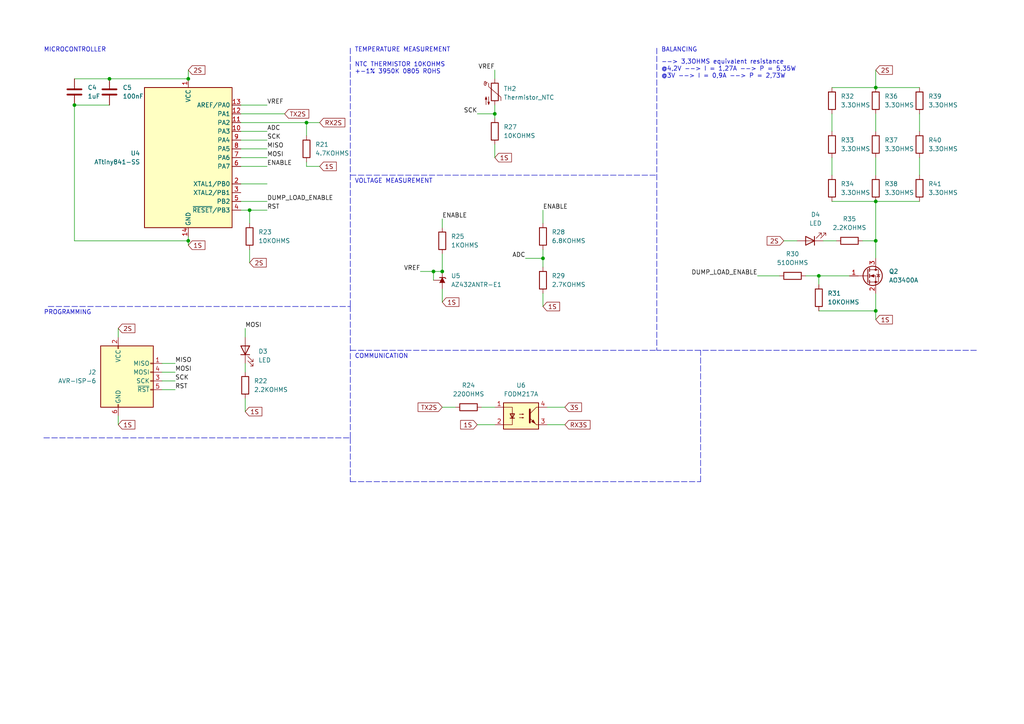
<source format=kicad_sch>
(kicad_sch (version 20211123) (generator eeschema)
  (paper "A4")
  (title_block (title "2S - OpenBatt") (date "2022-07-02") (rev "V1.0") (company "Andre Schrankel"))
  (lib_symbols
    (symbol "Connector:AVR-ISP-6" (pin_names (offset 1.016))
      (property "Reference" "J" (at -6.35 11.43 0))
      (property "Value" "AVR-ISP-6" (at 0 11.43 0))
      (symbol "AVR-ISP-6_0_1"
        (rectangle (start -2.667 -6.858) (end -2.413 -7.62))
        (rectangle (start -2.667 10.16) (end -2.413 9.398))
        (rectangle (start 7.62 -2.413) (end 6.858 -2.667))
        (rectangle (start 7.62 0.127) (end 6.858 -0.127))
        (rectangle (start 7.62 2.667) (end 6.858 2.413))
        (rectangle (start 7.62 5.207) (end 6.858 4.953))
        (rectangle (start 7.62 10.16) (end -7.62 -7.62) (stroke (width 0.254)) (fill (type background)))
      )
      (symbol "AVR-ISP-6_1_1"
        (pin passive line (at 10.16 5.08 180) (length 2.54) (name "MISO") (number "1"))
        (pin passive line (at -2.54 12.7 270) (length 2.54) (name "VCC") (number "2"))
        (pin passive line (at 10.16 0 180) (length 2.54) (name "SCK") (number "3"))
        (pin passive line (at 10.16 2.54 180) (length 2.54) (name "MOSI") (number "4"))
        (pin passive line (at 10.16 -2.54 180) (length 2.54) (name "~{RST}") (number "5"))
        (pin passive line (at -2.54 -10.16 90) (length 2.54) (name "GND") (number "6"))
      )
    )
    (symbol "Device:C" (pin_numbers hide) (pin_names (offset 0.254))
      (property "Reference" "C" (at 0.635 2.54 0))
      (property "Value" "C" (at 0.635 -2.54 0))
      (symbol "C_0_1"
        (polyline (pts (xy -2.032 -0.762) (xy 2.032 -0.762)) (stroke (width 0.508)))
        (polyline (pts (xy -2.032 0.762) (xy 2.032 0.762)) (stroke (width 0.508)))
      )
      (symbol "C_1_1"
        (pin passive line (at 0 3.81 270) (length 2.794) (name "~") (number "1"))
        (pin passive line (at 0 -3.81 90) (length 2.794) (name "~") (number "2"))
      )
    )
    (symbol "Device:LED" (pin_numbers hide) (pin_names (offset 1.016) hide)
      (property "Reference" "D" (at 0 2.54 0))
      (property "Value" "LED" (at 0 -2.54 0))
      (symbol "LED_0_1"
        (polyline (pts (xy -1.27 -1.27) (xy -1.27 1.27)) (stroke (width 0.254)))
        (polyline (pts (xy -1.27 0) (xy 1.27 0)))
        (polyline (pts (xy 1.27 -1.27) (xy 1.27 1.27) (xy -1.27 0) (xy 1.27 -1.27)) (stroke (width 0.254)))
        (polyline (pts (xy -3.048 -0.762) (xy -4.572 -2.286) (xy -3.81 -2.286) (xy -4.572 -2.286) (xy -4.572 -1.524)))
        (polyline (pts (xy -1.778 -0.762) (xy -3.302 -2.286) (xy -2.54 -2.286) (xy -3.302 -2.286) (xy -3.302 -1.524)))
      )
      (symbol "LED_1_1"
        (pin passive line (at -3.81 0 0) (length 2.54) (name "K") (number "1"))
        (pin passive line (at 3.81 0 180) (length 2.54) (name "A") (number "2"))
      )
    )
    (symbol "Device:R" (pin_numbers hide) (pin_names (offset 0))
      (property "Reference" "R" (at 2.032 0 90))
      (property "Value" "R" (at 0 0 90))
      (symbol "R_0_1"
        (rectangle (start -1.016 -2.54) (end 1.016 2.54) (stroke (width 0.254)))
      )
      (symbol "R_1_1"
        (pin passive line (at 0 3.81 270) (length 1.27) (name "~") (number "1"))
        (pin passive line (at 0 -3.81 90) (length 1.27) (name "~") (number "2"))
      )
    )
    (symbol "Device:Thermistor_NTC" (pin_numbers hide) (pin_names (offset 0))
      (property "Reference" "TH" (at -4.445 0 90))
      (property "Value" "Thermistor_NTC" (at 3.175 0 90))
      (symbol "Thermistor_NTC_0_1"
        (arc (start -3.048 2.159) (mid -3.0505 2.3165) (end -3.175 2.413))
        (arc (start -3.048 2.159) (mid -2.9736 1.9794) (end -2.794 1.905))
        (arc (start -3.048 2.794) (mid -2.9736 2.6144) (end -2.794 2.54))
        (arc (start -2.794 1.905) (mid -2.6144 1.9794) (end -2.54 2.159))
        (arc (start -2.794 2.54) (mid -2.434 2.5608) (end -2.159 2.794))
        (arc (start -2.794 3.048) (mid -2.9736 2.9736) (end -3.048 2.794))
        (arc (start -2.54 2.794) (mid -2.6144 2.9736) (end -2.794 3.048))
        (rectangle (start -1.016 2.54) (end 1.016 -2.54) (stroke (width 0.254)))
        (polyline (pts (xy -2.54 2.159) (xy -2.54 2.794)))
        (polyline (pts (xy -1.778 2.54) (xy -1.778 1.524) (xy 1.778 -1.524) (xy 1.778 -2.54)))
        (polyline (pts (xy -2.54 -3.683) (xy -2.54 -1.397) (xy -2.794 -2.159) (xy -2.286 -2.159) (xy -2.54 -1.397) (xy -2.54 -1.651)) (fill (type outline)))
        (polyline (pts (xy -1.778 -1.397) (xy -1.778 -3.683) (xy -2.032 -2.921) (xy -1.524 -2.921) (xy -1.778 -3.683) (xy -1.778 -3.429)) (fill (type outline)))
      )
      (symbol "Thermistor_NTC_1_1"
        (pin passive line (at 0 3.81 270) (length 1.27) (name "~") (number "1"))
        (pin passive line (at 0 -3.81 90) (length 1.27) (name "~") (number "2"))
      )
    )
    (symbol "Isolator:FODM217A"
      (property "Reference" "U" (at -5.08 5.08 0))
      (property "Value" "FODM217A" (at 0 5.08 0))
      (symbol "FODM217A_0_1"
        (rectangle (start -5.08 3.81) (end 5.08 -3.81) (stroke (width 0.254)) (fill (type background)))
        (polyline (pts (xy -3.175 -0.635) (xy -1.905 -0.635)) (stroke (width 0.254)))
        (polyline (pts (xy 2.54 0.635) (xy 4.445 2.54)))
        (polyline (pts (xy 4.445 -2.54) (xy 2.54 -0.635)) (fill (type outline)))
        (polyline (pts (xy 4.445 -2.54) (xy 5.08 -2.54)))
        (polyline (pts (xy 4.445 2.54) (xy 5.08 2.54)))
        (polyline (pts (xy -5.08 2.54) (xy -2.54 2.54) (xy -2.54 -0.635)))
        (polyline (pts (xy -2.54 -0.635) (xy -2.54 -2.54) (xy -5.08 -2.54)))
        (polyline (pts (xy 2.54 1.905) (xy 2.54 -1.905) (xy 2.54 -1.905)) (stroke (width 0.508)))
        (polyline (pts (xy -2.54 -0.635) (xy -3.175 0.635) (xy -1.905 0.635) (xy -2.54 -0.635)) (stroke (width 0.254)))
        (polyline (pts (xy -0.508 -0.508) (xy 0.762 -0.508) (xy 0.381 -0.635) (xy 0.381 -0.381) (xy 0.762 -0.508)))
        (polyline (pts (xy -0.508 0.508) (xy 0.762 0.508) (xy 0.381 0.381) (xy 0.381 0.635) (xy 0.762 0.508)))
        (polyline (pts (xy 3.048 -1.651) (xy 3.556 -1.143) (xy 4.064 -2.159) (xy 3.048 -1.651) (xy 3.048 -1.651)) (fill (type outline)))
      )
      (symbol "FODM217A_1_1"
        (pin passive line (at -7.62 2.54 0) (length 2.54) (name "~") (number "1"))
        (pin passive line (at -7.62 -2.54 0) (length 2.54) (name "~") (number "2"))
        (pin passive line (at 7.62 -2.54 180) (length 2.54) (name "~") (number "3"))
        (pin passive line (at 7.62 2.54 180) (length 2.54) (name "~") (number "4"))
      )
    )
    (symbol "MCU_Microchip_ATtiny:ATtiny841-SS"
      (property "Reference" "U" (at -12.7 21.59 0))
      (property "Value" "ATtiny841-SS" (at 2.54 -21.59 0))
      (symbol "ATtiny841-SS_0_1"
        (rectangle (start -12.7 -20.32) (end 12.7 20.32) (stroke (width 0.254)) (fill (type background)))
      )
      (symbol "ATtiny841-SS_1_1"
        (pin power_in line (at 0 22.86 270) (length 2.54) (name "VCC") (number "1"))
        (pin bidirectional line (at 15.24 7.62 180) (length 2.54) (name "PA3") (number "10"))
        (pin bidirectional line (at 15.24 10.16 180) (length 2.54) (name "PA2") (number "11"))
        (pin bidirectional line (at 15.24 12.7 180) (length 2.54) (name "PA1") (number "12"))
        (pin bidirectional line (at 15.24 15.24 180) (length 2.54) (name "AREF/PA0") (number "13"))
        (pin power_in line (at 0 -22.86 90) (length 2.54) (name "GND") (number "14"))
        (pin bidirectional line (at 15.24 -7.62 180) (length 2.54) (name "XTAL1/PB0") (number "2"))
        (pin bidirectional line (at 15.24 -10.16 180) (length 2.54) (name "XTAL2/PB1") (number "3"))
        (pin bidirectional line (at 15.24 -15.24 180) (length 2.54) (name "~{RESET}/PB3") (number "4"))
        (pin bidirectional line (at 15.24 -12.7 180) (length 2.54) (name "PB2") (number "5"))
        (pin bidirectional line (at 15.24 -2.54 180) (length 2.54) (name "PA7") (number "6"))
        (pin bidirectional line (at 15.24 0 180) (length 2.54) (name "PA6") (number "7"))
        (pin bidirectional line (at 15.24 2.54 180) (length 2.54) (name "PA5") (number "8"))
        (pin bidirectional line (at 15.24 5.08 180) (length 2.54) (name "PA4") (number "9"))
      )
    )
    (symbol "Reference_Voltage:TL431DBZ" (pin_numbers hide) (pin_names hide)
      (property "Reference" "U" (at -2.54 2.54 0))
      (property "Value" "TL431DBZ" (at 0 -2.54 0))
      (symbol "TL431DBZ_0_1"
        (polyline (pts (xy -1.27 0) (xy 0 0) (xy 1.27 0)))
        (polyline (pts (xy -0.762 0.762) (xy 0.762 0) (xy -0.762 -0.762)) (fill (type outline)))
        (polyline (pts (xy 0.508 -1.016) (xy 0.762 -0.762) (xy 0.762 0.762) (xy 0.762 0.762)) (stroke (width 0.254)))
      )
      (symbol "TL431DBZ_1_1"
        (pin passive line (at 2.54 0 180) (length 2.54) (name "K") (number "1"))
        (pin passive line (at 0 2.54 270) (length 2.54) (name "REF") (number "2"))
        (pin passive line (at -2.54 0 0) (length 2.54) (name "A") (number "3"))
      )
    )
    (symbol "Transistor_FET:AO3400A" (pin_names hide)
      (property "Reference" "Q" (at 5.08 1.905 0))
      (property "Value" "AO3400A" (at 5.08 0 0))
      (symbol "AO3400A_0_1"
        (polyline (pts (xy 0.254 0) (xy -2.54 0)))
        (polyline (pts (xy 0.254 1.905) (xy 0.254 -1.905)) (stroke (width 0.254)))
        (polyline (pts (xy 0.762 -1.27) (xy 0.762 -2.286)) (stroke (width 0.254)))
        (polyline (pts (xy 0.762 0.508) (xy 0.762 -0.508)) (stroke (width 0.254)))
        (polyline (pts (xy 0.762 2.286) (xy 0.762 1.27)) (stroke (width 0.254)))
        (polyline (pts (xy 2.54 2.54) (xy 2.54 1.778)))
        (polyline (pts (xy 2.54 -2.54) (xy 2.54 0) (xy 0.762 0)))
        (polyline (pts (xy 0.762 -1.778) (xy 3.302 -1.778) (xy 3.302 1.778) (xy 0.762 1.778)))
        (polyline (pts (xy 1.016 0) (xy 2.032 0.381) (xy 2.032 -0.381) (xy 1.016 0)) (fill (type outline)))
        (polyline (pts (xy 2.794 0.508) (xy 2.921 0.381) (xy 3.683 0.381) (xy 3.81 0.254)))
        (polyline (pts (xy 3.302 0.381) (xy 2.921 -0.254) (xy 3.683 -0.254) (xy 3.302 0.381)))
        (circle (center 1.651 0) (radius 2.794) (stroke (width 0.254)))
        (circle (center 2.54 -1.778) (radius 0.254) (fill (type outline)))
        (circle (center 2.54 1.778) (radius 0.254) (fill (type outline)))
      )
      (symbol "AO3400A_1_1"
        (pin input line (at -5.08 0 0) (length 2.54) (name "G") (number "1"))
        (pin passive line (at 2.54 -5.08 90) (length 2.54) (name "S") (number "2"))
        (pin passive line (at 2.54 5.08 270) (length 2.54) (name "D") (number "3"))
      )
    )
  )
  (junction (at 128.27 78.74))
  (junction (at 72.39 60.96))
  (junction (at 254 25.4))
  (junction (at 254 90.17))
  (junction (at 157.48 74.93))
  (junction (at 143.51 33.02))
  (junction (at 254 69.85))
  (junction (at 54.61 22.86))
  (junction (at 125.73 78.74))
  (junction (at 21.59 30.48))
  (junction (at 237.49 80.01))
  (junction (at 254 58.42))
  (junction (at 54.61 69.85))
  (junction (at 31.75 22.86))
  (junction (at 88.9 35.56))
  (wire (pts (xy 69.85 53.34) (xy 77.47 53.34)))
  (wire (pts (xy 266.7 45.72) (xy 266.7 50.8)))
  (wire (pts (xy 254 45.72) (xy 254 50.8)))
  (wire (pts (xy 143.51 20.32) (xy 143.51 22.86)))
  (wire (pts (xy 241.3 33.02) (xy 241.3 38.1)))
  (wire (pts (xy 143.51 30.48) (xy 143.51 33.02)))
  (wire (pts (xy 254 25.4) (xy 266.7 25.4)))
  (wire (pts (xy 54.61 68.58) (xy 54.61 69.85)))
  (wire (pts (xy 88.9 39.37) (xy 88.9 35.56)))
  (polyline (pts (xy 101.6 50.8) (xy 190.5 50.8)))
  (wire (pts (xy 69.85 45.72) (xy 77.47 45.72)))
  (wire (pts (xy 158.75 118.11) (xy 163.83 118.11)))
  (wire (pts (xy 125.73 81.28) (xy 125.73 78.74)))
  (wire (pts (xy 266.7 33.02) (xy 266.7 38.1)))
  (polyline (pts (xy 203.2 139.7) (xy 203.2 101.6)))
  (wire (pts (xy 139.7 118.11) (xy 143.51 118.11)))
  (wire (pts (xy 88.9 46.99) (xy 88.9 48.26)))
  (wire (pts (xy 21.59 30.48) (xy 31.75 30.48)))
  (wire (pts (xy 241.3 25.4) (xy 254 25.4)))
  (wire (pts (xy 158.75 123.19) (xy 163.83 123.19)))
  (wire (pts (xy 128.27 73.66) (xy 128.27 78.74)))
  (wire (pts (xy 254 69.85) (xy 254 74.93)))
  (wire (pts (xy 54.61 69.85) (xy 54.61 71.12)))
  (wire (pts (xy 69.85 40.64) (xy 77.47 40.64)))
  (polyline (pts (xy 101.6 13.97) (xy 101.6 88.9)))
  (wire (pts (xy 152.4 74.93) (xy 157.48 74.93)))
  (wire (pts (xy 69.85 58.42) (xy 77.47 58.42)))
  (wire (pts (xy 157.48 60.96) (xy 157.48 64.77)))
  (wire (pts (xy 241.3 58.42) (xy 254 58.42)))
  (wire (pts (xy 254 33.02) (xy 254 38.1)))
  (wire (pts (xy 69.85 33.02) (xy 82.55 33.02)))
  (polyline (pts (xy 190.5 13.97) (xy 190.5 101.6)))
  (wire (pts (xy 254 90.17) (xy 254 92.71)))
  (wire (pts (xy 237.49 80.01) (xy 246.38 80.01)))
  (wire (pts (xy 72.39 72.39) (xy 72.39 76.2)))
  (polyline (pts (xy 101.6 127) (xy 101.6 88.9)))
  (polyline (pts (xy 101.6 127) (xy 101.6 139.7)))
  (wire (pts (xy 46.99 107.95) (xy 50.8 107.95)))
  (wire (pts (xy 138.43 33.02) (xy 143.51 33.02)))
  (polyline (pts (xy 283.21 101.6) (xy 190.5 101.6)))
  (wire (pts (xy 88.9 35.56) (xy 92.71 35.56)))
  (wire (pts (xy 69.85 35.56) (xy 88.9 35.56)))
  (wire (pts (xy 69.85 60.96) (xy 72.39 60.96)))
  (wire (pts (xy 157.48 85.09) (xy 157.48 88.9)))
  (wire (pts (xy 143.51 33.02) (xy 143.51 34.29)))
  (wire (pts (xy 21.59 30.48) (xy 21.59 69.85)))
  (wire (pts (xy 237.49 90.17) (xy 254 90.17)))
  (polyline (pts (xy 101.6 139.7) (xy 203.2 139.7)))
  (wire (pts (xy 71.12 105.41) (xy 71.12 107.95)))
  (wire (pts (xy 238.76 69.85) (xy 242.57 69.85)))
  (wire (pts (xy 69.85 43.18) (xy 77.47 43.18)))
  (wire (pts (xy 138.43 123.19) (xy 143.51 123.19)))
  (polyline (pts (xy 12.7 127) (xy 101.6 127)))
  (wire (pts (xy 69.85 38.1) (xy 77.47 38.1)))
  (wire (pts (xy 128.27 63.5) (xy 128.27 66.04)))
  (wire (pts (xy 125.73 78.74) (xy 128.27 78.74)))
  (wire (pts (xy 21.59 69.85) (xy 54.61 69.85)))
  (wire (pts (xy 69.85 48.26) (xy 77.47 48.26)))
  (wire (pts (xy 88.9 48.26) (xy 92.71 48.26)))
  (wire (pts (xy 128.27 118.11) (xy 132.08 118.11)))
  (wire (pts (xy 34.29 120.65) (xy 34.29 123.19)))
  (wire (pts (xy 46.99 110.49) (xy 50.8 110.49)))
  (wire (pts (xy 254 58.42) (xy 254 69.85)))
  (wire (pts (xy 121.92 78.74) (xy 125.73 78.74)))
  (wire (pts (xy 71.12 115.57) (xy 71.12 119.38)))
  (wire (pts (xy 72.39 60.96) (xy 72.39 64.77)))
  (wire (pts (xy 54.61 20.32) (xy 54.61 22.86)))
  (wire (pts (xy 250.19 69.85) (xy 254 69.85)))
  (polyline (pts (xy 101.6 101.6) (xy 190.5 101.6)))
  (wire (pts (xy 219.71 80.01) (xy 226.06 80.01)))
  (wire (pts (xy 254 85.09) (xy 254 90.17)))
  (wire (pts (xy 237.49 80.01) (xy 237.49 82.55)))
  (wire (pts (xy 233.68 80.01) (xy 237.49 80.01)))
  (wire (pts (xy 254 20.32) (xy 254 25.4)))
  (wire (pts (xy 157.48 72.39) (xy 157.48 74.93)))
  (wire (pts (xy 157.48 74.93) (xy 157.48 77.47)))
  (wire (pts (xy 143.51 41.91) (xy 143.51 45.72)))
  (wire (pts (xy 128.27 83.82) (xy 128.27 87.63)))
  (wire (pts (xy 72.39 60.96) (xy 77.47 60.96)))
  (wire (pts (xy 254 58.42) (xy 266.7 58.42)))
  (wire (pts (xy 46.99 105.41) (xy 50.8 105.41)))
  (wire (pts (xy 34.29 95.25) (xy 34.29 97.79)))
  (wire (pts (xy 241.3 45.72) (xy 241.3 50.8)))
  (wire (pts (xy 227.33 69.85) (xy 231.14 69.85)))
  (wire (pts (xy 46.99 113.03) (xy 50.8 113.03)))
  (wire (pts (xy 69.85 30.48) (xy 77.47 30.48)))
  (wire (pts (xy 21.59 22.86) (xy 31.75 22.86)))
  (wire (pts (xy 71.12 95.25) (xy 71.12 97.79)))
  (polyline (pts (xy 13.97 88.9) (xy 101.6 88.9)))
  (wire (pts (xy 31.75 22.86) (xy 54.61 22.86)))
  (text "VOLTAGE MEASUREMENT\n" (at 102.87 53.34 0) (effects (font (size 1.27 1.27)) (justify left bottom)))
  (text "TEMPERATURE MEASUREMENT\n" (at 102.87 15.24 0) (effects (font (size 1.27 1.27)) (justify left bottom)))
  (text "NTC THERMISTOR 10KOHMS\n+-1% 3950K 0805 ROHS" (at 102.87 21.59 0) (effects (font (size 1.27 1.27)) (justify left bottom)))
  (text "COMMUNICATION" (at 102.87 104.14 0) (effects (font (size 1.27 1.27)) (justify left bottom)))
  (text "--> 3,3OHMS equivalent resistance\n@4,2V --> I = 1,27A --> P = 5,35W\n@3V --> I = 0,9A --> P = 2,73W" (at 191.77 22.86 0) (effects (font (size 1.27 1.27)) (justify left bottom)))
  (text "PROGRAMMING" (at 12.7 91.44 0) (effects (font (size 1.27 1.27)) (justify left bottom)))
  (text "MICROCONTROLLER\n" (at 12.7 15.24 0) (effects (font (size 1.27 1.27)) (justify left bottom)))
  (text "BALANCING" (at 191.77 15.24 0) (effects (font (size 1.27 1.27)) (justify left bottom)))
  (label "SCK" (at 50.8 110.49 0))
  (label "ENABLE" (at 77.47 48.26 0))
  (label "ADC" (at 152.4 74.93 180))
  (label "VREF" (at 143.51 20.32 180))
  (label "ENABLE" (at 128.27 63.5 0))
  (label "SCK" (at 138.43 33.02 180))
  (label "MOSI" (at 71.12 95.25 0))
  (label "MOSI" (at 77.47 45.72 0))
  (label "VREF" (at 77.47 30.48 0))
  (label "DUMP_LOAD_ENABLE" (at 77.47 58.42 0))
  (label "RST" (at 77.47 60.96 0))
  (label "VREF" (at 121.92 78.74 180))
  (label "ADC" (at 77.47 38.1 0))
  (label "DUMP_LOAD_ENABLE" (at 219.71 80.01 180))
  (label "MISO" (at 50.8 105.41 0))
  (label "ENABLE" (at 157.48 60.96 0))
  (label "MISO" (at 77.47 43.18 0))
  (label "SCK" (at 77.47 40.64 0))
  (label "RST" (at 50.8 113.03 0))
  (label "MOSI" (at 50.8 107.95 0))
  (global_label "2S" (shape input) (at 227.33 69.85 180) (property "Intersheet References" "${INTERSHEET_REFS}" (effects hide)))
  (global_label "RX2S" (shape input) (at 92.71 35.56 0) (property "Intersheet References" "${INTERSHEET_REFS}" (effects hide)))
  (global_label "1S" (shape input) (at 54.61 71.12 0) (property "Intersheet References" "${INTERSHEET_REFS}" (effects hide)))
  (global_label "2S" (shape input) (at 54.61 20.32 0) (property "Intersheet References" "${INTERSHEET_REFS}" (effects hide)))
  (global_label "1S" (shape input) (at 138.43 123.19 180) (property "Intersheet References" "${INTERSHEET_REFS}" (effects hide)))
  (global_label "1S" (shape input) (at 71.12 119.38 0) (property "Intersheet References" "${INTERSHEET_REFS}" (effects hide)))
  (global_label "2S" (shape input) (at 254 20.32 0) (property "Intersheet References" "${INTERSHEET_REFS}" (effects hide)))
  (global_label "2S" (shape input) (at 72.39 76.2 0) (property "Intersheet References" "${INTERSHEET_REFS}" (effects hide)))
  (global_label "1S" (shape input) (at 92.71 48.26 0) (property "Intersheet References" "${INTERSHEET_REFS}" (effects hide)))
  (global_label "2S" (shape input) (at 34.29 95.25 0) (property "Intersheet References" "${INTERSHEET_REFS}" (effects hide)))
  (global_label "TX2S" (shape input) (at 82.55 33.02 0) (property "Intersheet References" "${INTERSHEET_REFS}" (effects hide)))
  (global_label "1S" (shape input) (at 254 92.71 0) (property "Intersheet References" "${INTERSHEET_REFS}" (effects hide)))
  (global_label "TX2S" (shape input) (at 128.27 118.11 180) (property "Intersheet References" "${INTERSHEET_REFS}" (effects hide)))
  (global_label "3S" (shape input) (at 163.83 118.11 0) (property "Intersheet References" "${INTERSHEET_REFS}" (effects hide)))
  (global_label "1S" (shape input) (at 34.29 123.19 0) (property "Intersheet References" "${INTERSHEET_REFS}" (effects hide)))
  (global_label "1S" (shape input) (at 143.51 45.72 0) (property "Intersheet References" "${INTERSHEET_REFS}" (effects hide)))
  (global_label "1S" (shape input) (at 128.27 87.63 0) (property "Intersheet References" "${INTERSHEET_REFS}" (effects hide)))
  (global_label "RX3S" (shape input) (at 163.83 123.19 0) (property "Intersheet References" "${INTERSHEET_REFS}" (effects hide)))
  (global_label "1S" (shape input) (at 157.48 88.9 0) (property "Intersheet References" "${INTERSHEET_REFS}" (effects hide)))
  (symbol (lib_id "Device:R") (at 266.7 54.61 0) (unit 1)
    (property "Reference" "R41" (at 269.24 53.3399 0) (effects (justify left)))
    (property "Value" "3.3OHMS" (at 269.24 55.8799 0) (effects (justify left)))
    (property "Footprint" "Resistor_SMD:R_2010_5025Metric_Pad1.40x2.65mm_HandSolder" (effects hide))
  )
  (symbol (lib_id "Device:Thermistor_NTC") (at 143.51 26.67 0) (unit 1)
    (property "Reference" "TH2" (at 146.05 25.7174 0) (effects (justify left)))
    (property "Value" "Thermistor_NTC" (at 146.05 28.2574 0) (effects (justify left)))
    (property "Footprint" "Resistor_SMD:R_0805_2012Metric_Pad1.20x1.40mm_HandSolder" (effects hide))
    (property "Datasheet" "https://www.mouser.de/datasheet/2/3/ABNTC-0805-253593.pdf" (effects hide))
  )
  (symbol (lib_id "Transistor_FET:AO3400A") (at 251.46 80.01 0) (unit 1)
    (property "Reference" "Q2" (at 257.81 78.7399 0) (effects (justify left)))
    (property "Value" "AO3400A" (at 257.81 81.2799 0) (effects (justify left)))
    (property "Footprint" "Package_TO_SOT_SMD:SOT-23" (effects hide))
    (property "Datasheet" "https://media.digikey.com/pdf/Data%20Sheets/Alpha%20&%20Omega/AO3400A_ds.pdf" (effects hide))
  )
  (symbol (lib_id "MCU_Microchip_ATtiny:ATtiny841-SS") (at 54.61 45.72 0) (unit 1)
    (property "Reference" "U4" (at 40.64 44.4499 0) (effects (justify right)))
    (property "Value" "ATtiny841-SS" (at 40.64 46.9899 0) (effects (justify right)))
    (property "Footprint" "Package_SO:SOIC-14_3.9x8.7mm_P1.27mm" (effects hide))
    (property "Datasheet" "http://ww1.microchip.com/downloads/en/DeviceDoc/Atmel-8495-8-bit-AVR-Microcontrollers-ATtiny441-ATtiny841_Datasheet.pdf" (effects hide))
  )
  (symbol (lib_id "Device:R") (at 143.51 38.1 180) (unit 1)
    (property "Reference" "R27" (at 146.05 36.8299 0) (effects (justify right)))
    (property "Value" "10KOHMS" (at 146.05 39.3699 0) (effects (justify right)))
    (property "Footprint" "Resistor_SMD:R_0805_2012Metric_Pad1.20x1.40mm_HandSolder" (effects hide))
  )
  (symbol (lib_id "Device:R") (at 72.39 68.58 0) (unit 1)
    (property "Reference" "R23" (at 74.93 67.3099 0) (effects (justify left)))
    (property "Value" "10KOHMS" (at 74.93 69.8499 0) (effects (justify left)))
    (property "Footprint" "Resistor_SMD:R_0805_2012Metric_Pad1.20x1.40mm_HandSolder" (effects hide))
  )
  (symbol (lib_id "Device:R") (at 254 29.21 0) (unit 1)
    (property "Reference" "R36" (at 256.54 27.9399 0) (effects (justify left)))
    (property "Value" "3.3OHMS" (at 256.54 30.4799 0) (effects (justify left)))
    (property "Footprint" "Resistor_SMD:R_2010_5025Metric_Pad1.40x2.65mm_HandSolder" (effects hide))
  )
  (symbol (lib_id "Device:LED") (at 71.12 101.6 90) (unit 1)
    (property "Reference" "D3" (at 74.93 101.9174 90) (effects (justify right)))
    (property "Value" "LED" (at 74.93 104.4574 90) (effects (justify right)))
    (property "Footprint" "LED_SMD:LED_0805_2012Metric_Pad1.15x1.40mm_HandSolder" (effects hide))
  )
  (symbol (lib_id "Device:R") (at 241.3 29.21 0) (unit 1)
    (property "Reference" "R32" (at 243.84 27.9399 0) (effects (justify left)))
    (property "Value" "3.3OHMS" (at 243.84 30.4799 0) (effects (justify left)))
    (property "Footprint" "Resistor_SMD:R_2010_5025Metric_Pad1.40x2.65mm_HandSolder" (effects hide))
  )
  (symbol (lib_id "Device:R") (at 88.9 43.18 0) (unit 1)
    (property "Reference" "R21" (at 91.44 41.9099 0) (effects (justify left)))
    (property "Value" "4.7KOHMS" (at 91.44 44.4499 0) (effects (justify left)))
    (property "Footprint" "Resistor_SMD:R_0805_2012Metric_Pad1.20x1.40mm_HandSolder" (effects hide))
  )
  (symbol (lib_id "Device:R") (at 71.12 111.76 0) (unit 1)
    (property "Reference" "R22" (at 73.66 110.4899 0) (effects (justify left)))
    (property "Value" "2.2KOHMS" (at 73.66 113.0299 0) (effects (justify left)))
    (property "Footprint" "Resistor_SMD:R_0805_2012Metric_Pad1.20x1.40mm_HandSolder" (effects hide))
  )
  (symbol (lib_id "Device:R") (at 229.87 80.01 90) (unit 1)
    (property "Reference" "R30" (at 229.87 73.66 90))
    (property "Value" "510OHMS" (at 229.87 76.2 90))
    (property "Footprint" "Resistor_SMD:R_0805_2012Metric_Pad1.20x1.40mm_HandSolder" (effects hide))
  )
  (symbol (lib_id "Device:R") (at 254 54.61 0) (unit 1)
    (property "Reference" "R38" (at 256.54 53.3399 0) (effects (justify left)))
    (property "Value" "3.3OHMS" (at 256.54 55.8799 0) (effects (justify left)))
    (property "Footprint" "Resistor_SMD:R_2010_5025Metric_Pad1.40x2.65mm_HandSolder" (effects hide))
  )
  (symbol (lib_id "Device:R") (at 237.49 86.36 180) (unit 1)
    (property "Reference" "R31" (at 240.03 85.0899 0) (effects (justify right)))
    (property "Value" "10KOHMS" (at 240.03 87.6299 0) (effects (justify right)))
    (property "Footprint" "Resistor_SMD:R_0805_2012Metric_Pad1.20x1.40mm_HandSolder" (effects hide))
  )
  (symbol (lib_id "Device:C") (at 21.59 26.67 0) (unit 1)
    (property "Reference" "C4" (at 25.4 25.3999 0) (effects (justify left)))
    (property "Value" "1uF" (at 25.4 27.9399 0) (effects (justify left)))
    (property "Footprint" "Capacitor_SMD:C_0805_2012Metric_Pad1.18x1.45mm_HandSolder" (effects hide))
  )
  (symbol (lib_id "Connector:AVR-ISP-6") (at 36.83 110.49 0) (unit 1)
    (property "Reference" "J2" (at 27.94 107.9499 0) (effects (justify right)))
    (property "Value" "AVR-ISP-6" (at 27.94 110.4899 0) (effects (justify right)))
    (property "Footprint" "Connector_PinHeader_2.54mm:PinHeader_2x03_P2.54mm_Vertical_SMD" (effects hide))
    (property "Datasheet" " ~" (effects hide))
  )
  (symbol (lib_id "Device:LED") (at 234.95 69.85 180) (unit 1)
    (property "Reference" "D4" (at 236.5375 62.23 0))
    (property "Value" "LED" (at 236.5375 64.77 0))
    (property "Footprint" "LED_SMD:LED_0805_2012Metric_Pad1.15x1.40mm_HandSolder" (effects hide))
  )
  (symbol (lib_id "Device:C") (at 31.75 26.67 0) (unit 1)
    (property "Reference" "C5" (at 35.56 25.3999 0) (effects (justify left)))
    (property "Value" "100nF" (at 35.56 27.9399 0) (effects (justify left)))
    (property "Footprint" "Capacitor_SMD:C_0805_2012Metric_Pad1.18x1.45mm_HandSolder" (effects hide))
  )
  (symbol (lib_id "Device:R") (at 241.3 41.91 0) (unit 1)
    (property "Reference" "R33" (at 243.84 40.6399 0) (effects (justify left)))
    (property "Value" "3.3OHMS" (at 243.84 43.1799 0) (effects (justify left)))
    (property "Footprint" "Resistor_SMD:R_2010_5025Metric_Pad1.40x2.65mm_HandSolder" (effects hide))
  )
  (symbol (lib_id "Device:R") (at 241.3 54.61 0) (unit 1)
    (property "Reference" "R34" (at 243.84 53.3399 0) (effects (justify left)))
    (property "Value" "3.3OHMS" (at 243.84 55.8799 0) (effects (justify left)))
    (property "Footprint" "Resistor_SMD:R_2010_5025Metric_Pad1.40x2.65mm_HandSolder" (effects hide))
  )
  (symbol (lib_id "Device:R") (at 266.7 41.91 0) (unit 1)
    (property "Reference" "R40" (at 269.24 40.6399 0) (effects (justify left)))
    (property "Value" "3.3OHMS" (at 269.24 43.1799 0) (effects (justify left)))
    (property "Footprint" "Resistor_SMD:R_2010_5025Metric_Pad1.40x2.65mm_HandSolder" (effects hide))
  )
  (symbol (lib_id "Device:R") (at 157.48 68.58 0) (unit 1)
    (property "Reference" "R28" (at 160.02 67.3099 0) (effects (justify left)))
    (property "Value" "6.8KOHMS" (at 160.02 69.8499 0) (effects (justify left)))
    (property "Footprint" "Resistor_SMD:R_0805_2012Metric_Pad1.20x1.40mm_HandSolder" (effects hide))
  )
  (symbol (lib_id "Device:R") (at 246.38 69.85 90) (unit 1)
    (property "Reference" "R35" (at 246.38 63.5 90))
    (property "Value" "2.2KOHMS" (at 246.38 66.04 90))
    (property "Footprint" "Resistor_SMD:R_0805_2012Metric_Pad1.20x1.40mm_HandSolder" (effects hide))
  )
  (symbol (lib_id "Device:R") (at 157.48 81.28 0) (unit 1)
    (property "Reference" "R29" (at 160.02 80.0099 0) (effects (justify left)))
    (property "Value" "2.7KOHMS" (at 160.02 82.5499 0) (effects (justify left)))
    (property "Footprint" "Resistor_SMD:R_0805_2012Metric_Pad1.20x1.40mm_HandSolder" (effects hide))
  )
  (symbol (lib_id "Device:R") (at 254 41.91 0) (unit 1)
    (property "Reference" "R37" (at 256.54 40.6399 0) (effects (justify left)))
    (property "Value" "3.3OHMS" (at 256.54 43.1799 0) (effects (justify left)))
    (property "Footprint" "Resistor_SMD:R_2010_5025Metric_Pad1.40x2.65mm_HandSolder" (effects hide))
  )
  (symbol (lib_id "Device:R") (at 135.89 118.11 90) (unit 1)
    (property "Reference" "R24" (at 135.89 111.76 90))
    (property "Value" "220OHMS" (at 135.89 114.3 90))
    (property "Footprint" "Resistor_SMD:R_0805_2012Metric_Pad1.20x1.40mm_HandSolder" (effects hide))
  )
  (symbol (lib_id "Device:R") (at 128.27 69.85 180) (unit 1)
    (property "Reference" "R25" (at 130.81 68.5799 0) (effects (justify right)))
    (property "Value" "1KOHMS" (at 130.81 71.1199 0) (effects (justify right)))
    (property "Footprint" "Resistor_SMD:R_0805_2012Metric_Pad1.20x1.40mm_HandSolder" (effects hide))
  )
  (symbol (lib_id "Device:R") (at 266.7 29.21 0) (unit 1)
    (property "Reference" "R39" (at 269.24 27.9399 0) (effects (justify left)))
    (property "Value" "3.3OHMS" (at 269.24 30.4799 0) (effects (justify left)))
    (property "Footprint" "Resistor_SMD:R_2010_5025Metric_Pad1.40x2.65mm_HandSolder" (effects hide))
  )
  (symbol (lib_id "Isolator:FODM217A") (at 151.13 120.65 0) (unit 1)
    (property "Reference" "U6" (at 151.13 111.76 0))
    (property "Value" "FODM217A" (at 151.13 114.3 0))
    (property "Footprint" "Package_SO:SOP-4_4.4x2.6mm_P1.27mm" (effects hide))
    (property "Datasheet" "https://www.onsemi.com/pub/Collateral/FODM214-D.PDF" (effects hide))
  )
  (symbol (lib_id "Reference_Voltage:TL431DBZ") (at 128.27 81.28 90) (unit 1)
    (property "Reference" "U5" (at 130.81 80.0099 90) (effects (justify right)))
    (property "Value" "AZ432ANTR-E1 " (at 130.81 82.5499 90) (effects (justify right)))
    (property "Footprint" "Package_TO_SOT_SMD:SOT-23" (effects hide))
    (property "Datasheet" "https://www.mouser.de/datasheet/2/115/DIOD_S_A0007085168_1-2512765.pdf" (effects hide))
  )
)
</source>
